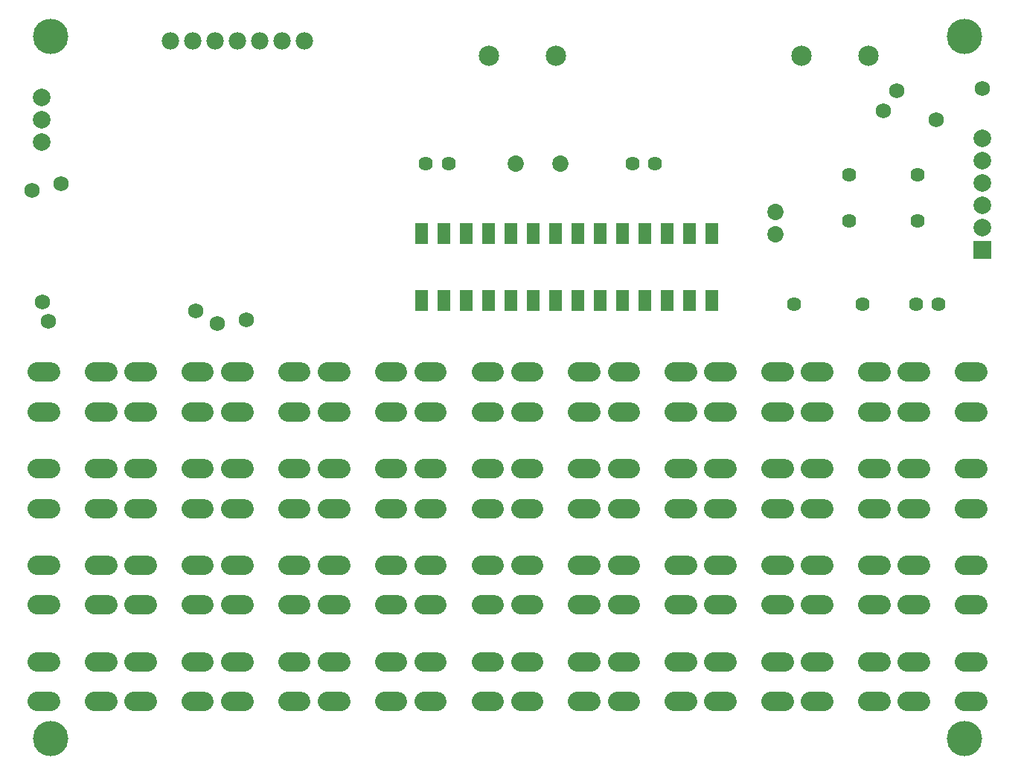
<source format=gbs>
G04 Layer: BottomSolderMaskLayer*
G04 EasyEDA v6.3.53, 2020-06-23T11:31:42+02:00*
G04 9deb55b867614345ac0c6ea2e1a2c697,50b924b206514efda7368a069ed08794,10*
G04 Gerber Generator version 0.2*
G04 Scale: 100 percent, Rotated: No, Reflected: No *
G04 Dimensions in millimeters *
G04 leading zeros omitted , absolute positions ,3 integer and 3 decimal *
%FSLAX33Y33*%
%MOMM*%
G90*
G71D02*

%ADD38C,2.203196*%
%ADD39C,4.013200*%
%ADD40C,1.727200*%
%ADD41C,1.983207*%
%ADD42C,1.623060*%
%ADD43C,1.854200*%
%ADD44C,2.303780*%
%ADD45C,2.003196*%

%LPD*%
G54D38*
G01X3248Y45011D02*
G01X4748Y45011D01*
G01X3248Y40490D02*
G01X4748Y40490D01*
G01X9751Y45011D02*
G01X11251Y45011D01*
G01X9751Y40490D02*
G01X11251Y40490D01*
G01X14248Y45011D02*
G01X15748Y45011D01*
G01X14248Y40490D02*
G01X15748Y40490D01*
G01X20751Y45011D02*
G01X22251Y45011D01*
G01X20751Y40490D02*
G01X22251Y40490D01*
G01X25248Y45011D02*
G01X26748Y45011D01*
G01X25248Y40490D02*
G01X26748Y40490D01*
G01X31751Y45011D02*
G01X33251Y45011D01*
G01X31751Y40490D02*
G01X33251Y40490D01*
G01X36247Y45011D02*
G01X37747Y45011D01*
G01X36247Y40490D02*
G01X37747Y40490D01*
G01X42749Y45011D02*
G01X44250Y45011D01*
G01X42749Y40490D02*
G01X44250Y40490D01*
G01X47248Y45011D02*
G01X48748Y45011D01*
G01X47248Y40490D02*
G01X48748Y40490D01*
G01X53750Y45011D02*
G01X55250Y45011D01*
G01X53750Y40490D02*
G01X55250Y40490D01*
G01X58248Y45011D02*
G01X59749Y45011D01*
G01X58248Y40490D02*
G01X59749Y40490D01*
G01X64751Y45011D02*
G01X66251Y45011D01*
G01X64751Y40490D02*
G01X66251Y40490D01*
G01X69249Y45011D02*
G01X70749Y45011D01*
G01X69249Y40490D02*
G01X70749Y40490D01*
G01X75752Y45011D02*
G01X77252Y45011D01*
G01X75752Y40490D02*
G01X77252Y40490D01*
G01X80247Y45011D02*
G01X81748Y45011D01*
G01X80247Y40490D02*
G01X81748Y40490D01*
G01X86750Y45011D02*
G01X88250Y45011D01*
G01X86750Y40490D02*
G01X88250Y40490D01*
G01X91248Y45011D02*
G01X92748Y45011D01*
G01X91248Y40490D02*
G01X92748Y40490D01*
G01X97751Y45011D02*
G01X99251Y45011D01*
G01X97751Y40490D02*
G01X99251Y40490D01*
G01X3247Y34010D02*
G01X4747Y34010D01*
G01X3247Y29489D02*
G01X4747Y29489D01*
G01X9750Y34010D02*
G01X11250Y34010D01*
G01X9750Y29489D02*
G01X11250Y29489D01*
G01X102248Y23011D02*
G01X103748Y23011D01*
G01X102248Y18490D02*
G01X103748Y18490D01*
G01X108751Y23011D02*
G01X110251Y23011D01*
G01X108751Y18490D02*
G01X110251Y18490D01*
G01X14248Y34010D02*
G01X15748Y34010D01*
G01X14248Y29489D02*
G01X15748Y29489D01*
G01X20750Y34010D02*
G01X22251Y34010D01*
G01X20750Y29489D02*
G01X22251Y29489D01*
G01X25249Y34010D02*
G01X26749Y34010D01*
G01X25249Y29489D02*
G01X26749Y29489D01*
G01X31751Y34010D02*
G01X33251Y34010D01*
G01X31751Y29489D02*
G01X33251Y29489D01*
G01X36247Y34010D02*
G01X37747Y34010D01*
G01X36247Y29489D02*
G01X37747Y29489D01*
G01X42749Y34010D02*
G01X44250Y34010D01*
G01X42749Y29489D02*
G01X44250Y29489D01*
G01X47248Y34010D02*
G01X48748Y34010D01*
G01X47248Y29489D02*
G01X48748Y29489D01*
G01X53750Y34010D02*
G01X55250Y34010D01*
G01X53750Y29489D02*
G01X55250Y29489D01*
G01X58248Y34010D02*
G01X59749Y34010D01*
G01X58248Y29489D02*
G01X59749Y29489D01*
G01X64751Y34010D02*
G01X66251Y34010D01*
G01X64751Y29489D02*
G01X66251Y29489D01*
G01X69249Y34010D02*
G01X70749Y34010D01*
G01X69249Y29489D02*
G01X70749Y29489D01*
G01X75752Y34010D02*
G01X77252Y34010D01*
G01X75752Y29489D02*
G01X77252Y29489D01*
G01X80247Y34010D02*
G01X81748Y34010D01*
G01X80247Y29489D02*
G01X81748Y29489D01*
G01X86750Y34010D02*
G01X88250Y34010D01*
G01X86750Y29489D02*
G01X88250Y29489D01*
G01X91248Y34010D02*
G01X92748Y34010D01*
G01X91248Y29489D02*
G01X92748Y29489D01*
G01X97751Y34010D02*
G01X99251Y34010D01*
G01X97751Y29489D02*
G01X99251Y29489D01*
G01X102249Y34013D02*
G01X103749Y34013D01*
G01X102249Y29491D02*
G01X103749Y29491D01*
G01X108751Y34013D02*
G01X110251Y34013D01*
G01X108751Y29491D02*
G01X110251Y29491D01*
G01X91248Y23012D02*
G01X92748Y23012D01*
G01X91248Y18491D02*
G01X92748Y18491D01*
G01X97751Y23012D02*
G01X99251Y23012D01*
G01X97751Y18491D02*
G01X99251Y18491D01*
G01X80247Y23012D02*
G01X81748Y23012D01*
G01X80247Y18491D02*
G01X81748Y18491D01*
G01X86750Y23012D02*
G01X88250Y23012D01*
G01X86750Y18491D02*
G01X88250Y18491D01*
G01X69249Y23012D02*
G01X70749Y23012D01*
G01X69249Y18491D02*
G01X70749Y18491D01*
G01X75752Y23012D02*
G01X77252Y23012D01*
G01X75752Y18491D02*
G01X77252Y18491D01*
G01X58248Y23012D02*
G01X59749Y23012D01*
G01X58248Y18491D02*
G01X59749Y18491D01*
G01X64751Y23012D02*
G01X66251Y23012D01*
G01X64751Y18491D02*
G01X66251Y18491D01*
G01X47248Y23012D02*
G01X48748Y23012D01*
G01X47248Y18491D02*
G01X48748Y18491D01*
G01X53750Y23012D02*
G01X55250Y23012D01*
G01X53750Y18491D02*
G01X55250Y18491D01*
G01X36247Y23012D02*
G01X37747Y23012D01*
G01X36247Y18491D02*
G01X37747Y18491D01*
G01X42749Y23012D02*
G01X44250Y23012D01*
G01X42749Y18491D02*
G01X44250Y18491D01*
G01X25249Y23012D02*
G01X26749Y23012D01*
G01X25249Y18491D02*
G01X26749Y18491D01*
G01X31751Y23012D02*
G01X33251Y23012D01*
G01X31751Y18491D02*
G01X33251Y18491D01*
G01X14248Y23012D02*
G01X15748Y23012D01*
G01X14248Y18491D02*
G01X15748Y18491D01*
G01X20750Y23012D02*
G01X22251Y23012D01*
G01X20750Y18491D02*
G01X22251Y18491D01*
G01X3247Y23014D02*
G01X4747Y23014D01*
G01X3247Y18493D02*
G01X4747Y18493D01*
G01X9750Y23014D02*
G01X11250Y23014D01*
G01X9750Y18493D02*
G01X11250Y18493D01*
G01X14248Y12011D02*
G01X15748Y12011D01*
G01X14248Y7490D02*
G01X15748Y7490D01*
G01X20750Y12011D02*
G01X22251Y12011D01*
G01X20750Y7490D02*
G01X22251Y7490D01*
G01X25249Y12011D02*
G01X26749Y12011D01*
G01X25249Y7490D02*
G01X26749Y7490D01*
G01X31751Y12011D02*
G01X33251Y12011D01*
G01X31751Y7490D02*
G01X33251Y7490D01*
G01X36247Y12011D02*
G01X37747Y12011D01*
G01X36247Y7490D02*
G01X37747Y7490D01*
G01X42749Y12011D02*
G01X44250Y12011D01*
G01X42749Y7490D02*
G01X44250Y7490D01*
G01X47248Y12011D02*
G01X48748Y12011D01*
G01X47248Y7490D02*
G01X48748Y7490D01*
G01X53750Y12011D02*
G01X55250Y12011D01*
G01X53750Y7490D02*
G01X55250Y7490D01*
G01X58248Y12011D02*
G01X59749Y12011D01*
G01X58248Y7490D02*
G01X59749Y7490D01*
G01X64751Y12011D02*
G01X66251Y12011D01*
G01X64751Y7490D02*
G01X66251Y7490D01*
G01X69249Y12011D02*
G01X70749Y12011D01*
G01X69249Y7490D02*
G01X70749Y7490D01*
G01X75752Y12011D02*
G01X77252Y12011D01*
G01X75752Y7490D02*
G01X77252Y7490D01*
G01X80247Y12011D02*
G01X81748Y12011D01*
G01X80247Y7490D02*
G01X81748Y7490D01*
G01X86750Y12011D02*
G01X88250Y12011D01*
G01X86750Y7490D02*
G01X88250Y7490D01*
G01X3248Y12011D02*
G01X4748Y12011D01*
G01X3248Y7490D02*
G01X4748Y7490D01*
G01X9751Y12011D02*
G01X11251Y12011D01*
G01X9751Y7490D02*
G01X11251Y7490D01*
G01X91248Y12011D02*
G01X92748Y12011D01*
G01X91248Y7490D02*
G01X92748Y7490D01*
G01X97751Y12011D02*
G01X99251Y12011D01*
G01X97751Y7490D02*
G01X99251Y7490D01*
G01X102248Y12011D02*
G01X103748Y12011D01*
G01X102248Y7490D02*
G01X103748Y7490D01*
G01X108751Y12011D02*
G01X110251Y12011D01*
G01X108751Y7490D02*
G01X110251Y7490D01*
G01X102248Y45011D02*
G01X103748Y45011D01*
G01X102248Y40490D02*
G01X103748Y40490D01*
G01X108751Y45011D02*
G01X110251Y45011D01*
G01X108751Y40490D02*
G01X110251Y40490D01*
G54D39*
G01X4749Y83250D03*
G01X108749Y83250D03*
G01X4749Y3250D03*
G01X108749Y3250D03*
G54D40*
G01X2649Y65650D03*
G01X5949Y66450D03*
G01X21250Y52000D03*
G01X23749Y50501D03*
G01X4500Y50750D03*
G01X3850Y52950D03*
G01X26999Y51000D03*
G01X100999Y77000D03*
G01X99499Y74750D03*
G01X105499Y73750D03*
G01X110749Y77250D03*
G54D41*
G01X18410Y82710D03*
G01X20950Y82710D03*
G01X23490Y82710D03*
G01X26030Y82710D03*
G01X28570Y82710D03*
G01X31110Y82710D03*
G01X33650Y82710D03*
G54D42*
G01X89378Y52750D03*
G01X97120Y52750D03*
G54D43*
G01X57709Y68750D03*
G01X62789Y68750D03*
G54D42*
G01X95628Y67500D03*
G01X103370Y67500D03*
G01X95628Y62250D03*
G01X103370Y62250D03*
G54D44*
G01X62279Y81000D03*
G01X54659Y81000D03*
G01X90219Y81000D03*
G01X97839Y81000D03*
G54D45*
G01X110749Y71600D03*
G01X110749Y69060D03*
G01X110749Y66520D03*
G01X110749Y63980D03*
G01X110749Y61440D03*
G36*
G01X109748Y57899D02*
G01X109748Y59903D01*
G01X111752Y59903D01*
G01X111752Y57899D01*
G01X109748Y57899D01*
G37*
G54D43*
G01X87249Y63270D03*
G01X87249Y60730D03*
G54D42*
G01X70959Y68750D03*
G01X73540Y68750D03*
G01X47459Y68750D03*
G01X50040Y68750D03*
G01X103209Y52750D03*
G01X105790Y52750D03*
G36*
G01X79301Y59618D02*
G01X79301Y62003D01*
G01X80716Y62003D01*
G01X80716Y59618D01*
G01X79301Y59618D01*
G37*
G36*
G01X76761Y59618D02*
G01X76761Y62003D01*
G01X78176Y62003D01*
G01X78176Y59618D01*
G01X76761Y59618D01*
G37*
G36*
G01X64061Y59618D02*
G01X64061Y62003D01*
G01X65476Y62003D01*
G01X65476Y59618D01*
G01X64061Y59618D01*
G37*
G36*
G01X61521Y59618D02*
G01X61521Y62003D01*
G01X62936Y62003D01*
G01X62936Y59618D01*
G01X61521Y59618D01*
G37*
G36*
G01X74221Y59618D02*
G01X74221Y62003D01*
G01X75636Y62003D01*
G01X75636Y59618D01*
G01X74221Y59618D01*
G37*
G36*
G01X71681Y59618D02*
G01X71681Y62003D01*
G01X73096Y62003D01*
G01X73096Y59618D01*
G01X71681Y59618D01*
G37*
G36*
G01X66601Y59618D02*
G01X66601Y62003D01*
G01X68016Y62003D01*
G01X68016Y59618D01*
G01X66601Y59618D01*
G37*
G36*
G01X69141Y59618D02*
G01X69141Y62003D01*
G01X70556Y62003D01*
G01X70556Y59618D01*
G01X69141Y59618D01*
G37*
G36*
G01X58981Y59618D02*
G01X58981Y62003D01*
G01X60396Y62003D01*
G01X60396Y59618D01*
G01X58981Y59618D01*
G37*
G36*
G01X56441Y59618D02*
G01X56441Y62003D01*
G01X57856Y62003D01*
G01X57856Y59618D01*
G01X56441Y59618D01*
G37*
G36*
G01X53901Y59618D02*
G01X53901Y62003D01*
G01X55316Y62003D01*
G01X55316Y59618D01*
G01X53901Y59618D01*
G37*
G36*
G01X51361Y59618D02*
G01X51361Y62003D01*
G01X52776Y62003D01*
G01X52776Y59618D01*
G01X51361Y59618D01*
G37*
G36*
G01X48821Y59618D02*
G01X48821Y62003D01*
G01X50236Y62003D01*
G01X50236Y59618D01*
G01X48821Y59618D01*
G37*
G36*
G01X46281Y59618D02*
G01X46281Y62003D01*
G01X47696Y62003D01*
G01X47696Y59618D01*
G01X46281Y59618D01*
G37*
G36*
G01X46281Y51998D02*
G01X46281Y54383D01*
G01X47696Y54383D01*
G01X47696Y51998D01*
G01X46281Y51998D01*
G37*
G36*
G01X48821Y51998D02*
G01X48821Y54383D01*
G01X50236Y54383D01*
G01X50236Y51998D01*
G01X48821Y51998D01*
G37*
G36*
G01X51361Y51998D02*
G01X51361Y54383D01*
G01X52776Y54383D01*
G01X52776Y51998D01*
G01X51361Y51998D01*
G37*
G36*
G01X53901Y51998D02*
G01X53901Y54383D01*
G01X55316Y54383D01*
G01X55316Y51998D01*
G01X53901Y51998D01*
G37*
G36*
G01X56441Y51998D02*
G01X56441Y54383D01*
G01X57856Y54383D01*
G01X57856Y51998D01*
G01X56441Y51998D01*
G37*
G36*
G01X58981Y51998D02*
G01X58981Y54383D01*
G01X60396Y54383D01*
G01X60396Y51998D01*
G01X58981Y51998D01*
G37*
G36*
G01X61521Y51998D02*
G01X61521Y54383D01*
G01X62936Y54383D01*
G01X62936Y51998D01*
G01X61521Y51998D01*
G37*
G36*
G01X64061Y51998D02*
G01X64061Y54383D01*
G01X65476Y54383D01*
G01X65476Y51998D01*
G01X64061Y51998D01*
G37*
G36*
G01X66601Y51998D02*
G01X66601Y54383D01*
G01X68016Y54383D01*
G01X68016Y51998D01*
G01X66601Y51998D01*
G37*
G36*
G01X69141Y51998D02*
G01X69141Y54383D01*
G01X70556Y54383D01*
G01X70556Y51998D01*
G01X69141Y51998D01*
G37*
G36*
G01X71681Y51998D02*
G01X71681Y54383D01*
G01X73096Y54383D01*
G01X73096Y51998D01*
G01X71681Y51998D01*
G37*
G36*
G01X74221Y51998D02*
G01X74221Y54383D01*
G01X75636Y54383D01*
G01X75636Y51998D01*
G01X74221Y51998D01*
G37*
G36*
G01X76761Y51998D02*
G01X76761Y54383D01*
G01X78176Y54383D01*
G01X78176Y51998D01*
G01X76761Y51998D01*
G37*
G36*
G01X79301Y51998D02*
G01X79301Y54383D01*
G01X80716Y54383D01*
G01X80716Y51998D01*
G01X79301Y51998D01*
G37*
G54D45*
G01X3749Y71210D03*
G01X3749Y73750D03*
G01X3749Y76290D03*
M00*
M02*

</source>
